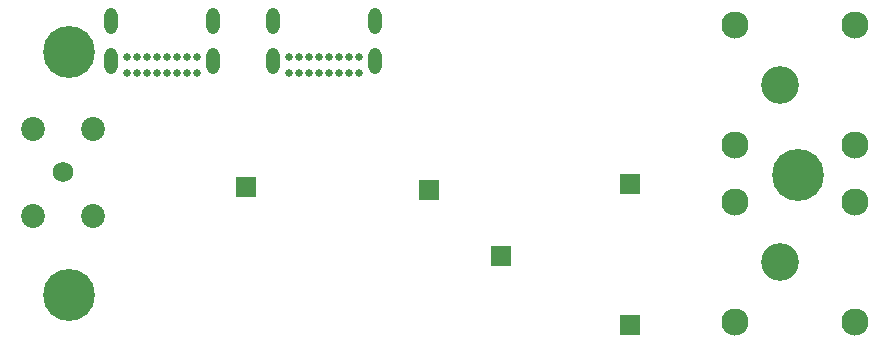
<source format=gbs>
G04 #@! TF.GenerationSoftware,KiCad,Pcbnew,(6.0.9-0)*
G04 #@! TF.CreationDate,2023-02-01T14:54:16-05:00*
G04 #@! TF.ProjectId,beach_bod_02,62656163-685f-4626-9f64-5f30322e6b69,rev?*
G04 #@! TF.SameCoordinates,Original*
G04 #@! TF.FileFunction,Soldermask,Bot*
G04 #@! TF.FilePolarity,Negative*
%FSLAX46Y46*%
G04 Gerber Fmt 4.6, Leading zero omitted, Abs format (unit mm)*
G04 Created by KiCad (PCBNEW (6.0.9-0)) date 2023-02-01 14:54:16*
%MOMM*%
%LPD*%
G01*
G04 APERTURE LIST*
%ADD10C,3.200000*%
%ADD11C,2.300000*%
%ADD12C,4.400000*%
%ADD13C,1.755000*%
%ADD14C,2.025000*%
%ADD15R,1.700000X1.700000*%
%ADD16C,0.650000*%
%ADD17O,1.108000X2.216000*%
G04 APERTURE END LIST*
D10*
X160782000Y-96520000D03*
D11*
X167142000Y-91440000D03*
X156982000Y-91440000D03*
X167142000Y-101600000D03*
X156982000Y-101600000D03*
D10*
X160782000Y-81534000D03*
D11*
X167142000Y-76454000D03*
X156982000Y-86614000D03*
X167142000Y-86614000D03*
X156982000Y-76454000D03*
D12*
X100584000Y-99314000D03*
X162306000Y-89154000D03*
D13*
X100076000Y-88900000D03*
D14*
X97536000Y-92600000D03*
X102616000Y-92600000D03*
X102616000Y-85200000D03*
X97536000Y-85200000D03*
D15*
X137160000Y-96012000D03*
X148082000Y-101854000D03*
X131064000Y-90424000D03*
X115570000Y-90170000D03*
D12*
X100584000Y-78740000D03*
D16*
X125154000Y-80479000D03*
X124304000Y-80479000D03*
X123454000Y-80479000D03*
X122604000Y-80479000D03*
X121754000Y-80479000D03*
X120904000Y-80479000D03*
X120054000Y-80479000D03*
X119204000Y-80479000D03*
X119204000Y-79129000D03*
X120054000Y-79129000D03*
X120904000Y-79129000D03*
X121754000Y-79129000D03*
X122604000Y-79129000D03*
X123454000Y-79129000D03*
X124304000Y-79129000D03*
X125154000Y-79129000D03*
D17*
X126504000Y-79499000D03*
X117854000Y-79499000D03*
X117854000Y-76119000D03*
X126504000Y-76119000D03*
D16*
X111433000Y-80479000D03*
X110583000Y-80479000D03*
X109733000Y-80479000D03*
X108883000Y-80479000D03*
X108033000Y-80479000D03*
X107183000Y-80479000D03*
X106333000Y-80479000D03*
X105483000Y-80479000D03*
X105483000Y-79129000D03*
X106333000Y-79129000D03*
X107183000Y-79129000D03*
X108033000Y-79129000D03*
X108883000Y-79129000D03*
X109733000Y-79129000D03*
X110583000Y-79129000D03*
X111433000Y-79129000D03*
D17*
X112783000Y-79499000D03*
X104133000Y-79499000D03*
X104133000Y-76119000D03*
X112783000Y-76119000D03*
D15*
X148082000Y-89916000D03*
M02*

</source>
